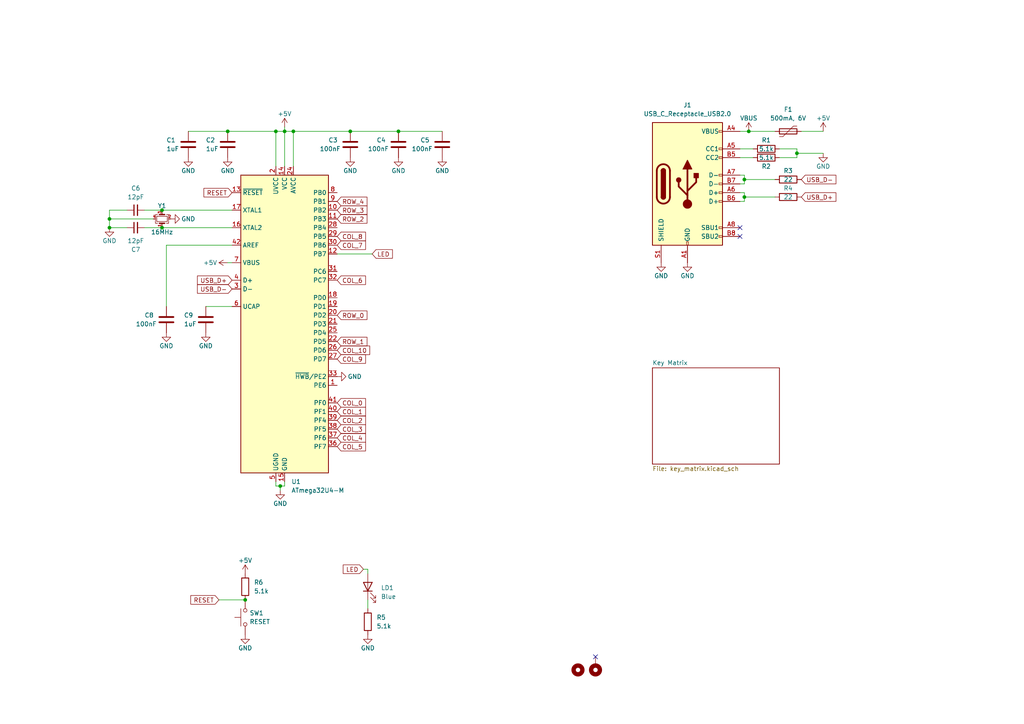
<source format=kicad_sch>
(kicad_sch (version 20230121) (generator eeschema)
  (paper "A4")
  (title_block (title "Miniboard") (rev "2.0") (comment 1 "MIT License (Open source hardware)"))
  (lib_symbols
    (symbol "Connector:USB_C_Receptacle_USB2.0" (pin_names (offset 1.016))
      (property "Reference" "J" (at -10.16 19.05 0))
      (property "Value" "USB_C_Receptacle_USB2.0" (at 19.05 19.05 0))
      (symbol "USB_C_Receptacle_USB2.0_0_0"
        (rectangle (start -0.254 -17.78) (end 0.254 -16.764))
        (rectangle (start 10.16 -14.986) (end 9.144 -15.494))
        (rectangle (start 10.16 -12.446) (end 9.144 -12.954))
        (rectangle (start 10.16 -4.826) (end 9.144 -5.334))
        (rectangle (start 10.16 -2.286) (end 9.144 -2.794))
        (rectangle (start 10.16 0.254) (end 9.144 -0.254))
        (rectangle (start 10.16 2.794) (end 9.144 2.286))
        (rectangle (start 10.16 7.874) (end 9.144 7.366))
        (rectangle (start 10.16 10.414) (end 9.144 9.906))
        (rectangle (start 10.16 15.494) (end 9.144 14.986))
      )
      (symbol "USB_C_Receptacle_USB2.0_0_1"
        (rectangle (start -10.16 17.78) (end 10.16 -17.78) (stroke (width 0.254)) (fill (type background)))
        (arc (start -8.89 -3.81) (mid -6.985 -5.7067) (end -5.08 -3.81) (stroke (width 0.508)))
        (arc (start -7.62 -3.81) (mid -6.985 -4.4423) (end -6.35 -3.81) (stroke (width 0.254)))
        (arc (start -7.62 -3.81) (mid -6.985 -4.4423) (end -6.35 -3.81) (stroke (width 0.254)) (fill (type outline)))
        (rectangle (start -7.62 -3.81) (end -6.35 3.81) (stroke (width 0.254)) (fill (type outline)))
        (arc (start -6.35 3.81) (mid -6.985 4.4423) (end -7.62 3.81) (stroke (width 0.254)))
        (arc (start -6.35 3.81) (mid -6.985 4.4423) (end -7.62 3.81) (stroke (width 0.254)) (fill (type outline)))
        (arc (start -5.08 3.81) (mid -6.985 5.7067) (end -8.89 3.81) (stroke (width 0.508)))
        (circle (center -2.54 1.143) (radius 0.635) (stroke (width 0.254)) (fill (type outline)))
        (circle (center 0 -5.842) (radius 1.27) (fill (type outline)))
        (polyline (pts (xy -8.89 -3.81) (xy -8.89 3.81)) (stroke (width 0.508)))
        (polyline (pts (xy -5.08 3.81) (xy -5.08 -3.81)) (stroke (width 0.508)))
        (polyline (pts (xy 0 -5.842) (xy 0 4.318)) (stroke (width 0.508)))
        (polyline (pts (xy 0 -3.302) (xy -2.54 -0.762) (xy -2.54 0.508)) (stroke (width 0.508)))
        (polyline (pts (xy 0 -2.032) (xy 2.54 0.508) (xy 2.54 1.778)) (stroke (width 0.508)))
        (polyline (pts (xy -1.27 4.318) (xy 0 6.858) (xy 1.27 4.318) (xy -1.27 4.318)) (stroke (width 0.254)) (fill (type outline)))
        (rectangle (start 1.905 1.778) (end 3.175 3.048) (stroke (width 0.254)) (fill (type outline)))
      )
      (symbol "USB_C_Receptacle_USB2.0_1_1"
        (pin passive line (at 0 -22.86 90) (length 5.08) (name "GND") (number "A1"))
        (pin passive line (at 0 -22.86 90) (length 5.08) hide (name "GND") (number "A12"))
        (pin passive line (at 15.24 15.24 180) (length 5.08) (name "VBUS") (number "A4"))
        (pin bidirectional line (at 15.24 10.16 180) (length 5.08) (name "CC1") (number "A5"))
        (pin bidirectional line (at 15.24 -2.54 180) (length 5.08) (name "D+") (number "A6"))
        (pin bidirectional line (at 15.24 2.54 180) (length 5.08) (name "D-") (number "A7"))
        (pin bidirectional line (at 15.24 -12.7 180) (length 5.08) (name "SBU1") (number "A8"))
        (pin passive line (at 15.24 15.24 180) (length 5.08) hide (name "VBUS") (number "A9"))
        (pin passive line (at 0 -22.86 90) (length 5.08) hide (name "GND") (number "B1"))
        (pin passive line (at 0 -22.86 90) (length 5.08) hide (name "GND") (number "B12"))
        (pin passive line (at 15.24 15.24 180) (length 5.08) hide (name "VBUS") (number "B4"))
        (pin bidirectional line (at 15.24 7.62 180) (length 5.08) (name "CC2") (number "B5"))
        (pin bidirectional line (at 15.24 -5.08 180) (length 5.08) (name "D+") (number "B6"))
        (pin bidirectional line (at 15.24 0 180) (length 5.08) (name "D-") (number "B7"))
        (pin bidirectional line (at 15.24 -15.24 180) (length 5.08) (name "SBU2") (number "B8"))
        (pin passive line (at 15.24 15.24 180) (length 5.08) hide (name "VBUS") (number "B9"))
        (pin passive line (at -7.62 -22.86 90) (length 5.08) (name "SHIELD") (number "S1"))
      )
    )
    (symbol "Device:C" (pin_numbers hide) (pin_names (offset 0.254))
      (property "Reference" "C" (at 0.635 2.54 0))
      (property "Value" "C" (at 0.635 -2.54 0))
      (symbol "C_0_1"
        (polyline (pts (xy -2.032 -0.762) (xy 2.032 -0.762)) (stroke (width 0.508)))
        (polyline (pts (xy -2.032 0.762) (xy 2.032 0.762)) (stroke (width 0.508)))
      )
      (symbol "C_1_1"
        (pin passive line (at 0 3.81 270) (length 2.794) (name "~") (number "1"))
        (pin passive line (at 0 -3.81 90) (length 2.794) (name "~") (number "2"))
      )
    )
    (symbol "Device:C_Small" (pin_numbers hide) (pin_names (offset 0.254) hide)
      (property "Reference" "C" (at 0.254 1.778 0))
      (property "Value" "C_Small" (at 0.254 -2.032 0))
      (symbol "C_Small_0_1"
        (polyline (pts (xy -1.524 -0.508) (xy 1.524 -0.508)) (stroke (width 0.3302)))
        (polyline (pts (xy -1.524 0.508) (xy 1.524 0.508)) (stroke (width 0.3048)))
      )
      (symbol "C_Small_1_1"
        (pin passive line (at 0 2.54 270) (length 2.032) (name "~") (number "1"))
        (pin passive line (at 0 -2.54 90) (length 2.032) (name "~") (number "2"))
      )
    )
    (symbol "Device:Crystal_GND24_Small" (pin_names (offset 1.016) hide)
      (property "Reference" "Y" (at 1.27 4.445 0))
      (property "Value" "Crystal_GND24_Small" (at 1.27 2.54 0))
      (symbol "Crystal_GND24_Small_0_1"
        (rectangle (start -0.762 -1.524) (end 0.762 1.524))
        (polyline (pts (xy -1.27 -0.762) (xy -1.27 0.762)) (stroke (width 0.381)))
        (polyline (pts (xy 1.27 -0.762) (xy 1.27 0.762)) (stroke (width 0.381)))
        (polyline (pts (xy -1.27 -1.27) (xy -1.27 -1.905) (xy 1.27 -1.905) (xy 1.27 -1.27)))
        (polyline (pts (xy -1.27 1.27) (xy -1.27 1.905) (xy 1.27 1.905) (xy 1.27 1.27)))
      )
      (symbol "Crystal_GND24_Small_1_1"
        (pin passive line (at -2.54 0 0) (length 1.27) (name "1") (number "1"))
        (pin passive line (at 0 -2.54 90) (length 0.635) (name "2") (number "2"))
        (pin passive line (at 2.54 0 180) (length 1.27) (name "3") (number "3"))
        (pin passive line (at 0 2.54 270) (length 0.635) (name "4") (number "4"))
      )
    )
    (symbol "Device:LED" (pin_numbers hide) (pin_names (offset 1.016) hide)
      (property "Reference" "D" (at 0 2.54 0))
      (property "Value" "LED" (at 0 -2.54 0))
      (symbol "LED_0_1"
        (polyline (pts (xy -1.27 -1.27) (xy -1.27 1.27)) (stroke (width 0.254)))
        (polyline (pts (xy -1.27 0) (xy 1.27 0)))
        (polyline (pts (xy 1.27 -1.27) (xy 1.27 1.27) (xy -1.27 0) (xy 1.27 -1.27)) (stroke (width 0.254)))
        (polyline (pts (xy -3.048 -0.762) (xy -4.572 -2.286) (xy -3.81 -2.286) (xy -4.572 -2.286) (xy -4.572 -1.524)))
        (polyline (pts (xy -1.778 -0.762) (xy -3.302 -2.286) (xy -2.54 -2.286) (xy -3.302 -2.286) (xy -3.302 -1.524)))
      )
      (symbol "LED_1_1"
        (pin passive line (at -3.81 0 0) (length 2.54) (name "K") (number "1"))
        (pin passive line (at 3.81 0 180) (length 2.54) (name "A") (number "2"))
      )
    )
    (symbol "Device:Polyfuse" (pin_numbers hide) (pin_names (offset 0))
      (property "Reference" "F" (at -2.54 0 90))
      (property "Value" "Polyfuse" (at 2.54 0 90))
      (symbol "Polyfuse_0_1"
        (rectangle (start -0.762 2.54) (end 0.762 -2.54) (stroke (width 0.254)))
        (polyline (pts (xy 0 2.54) (xy 0 -2.54)))
        (polyline (pts (xy -1.524 2.54) (xy -1.524 1.524) (xy 1.524 -1.524) (xy 1.524 -2.54)))
      )
      (symbol "Polyfuse_1_1"
        (pin passive line (at 0 3.81 270) (length 1.27) (name "~") (number "1"))
        (pin passive line (at 0 -3.81 90) (length 1.27) (name "~") (number "2"))
      )
    )
    (symbol "Device:R" (pin_numbers hide) (pin_names (offset 0))
      (property "Reference" "R" (at 2.032 0 90))
      (property "Value" "R" (at 0 0 90))
      (symbol "R_0_1"
        (rectangle (start -1.016 -2.54) (end 1.016 2.54) (stroke (width 0.254)))
      )
      (symbol "R_1_1"
        (pin passive line (at 0 3.81 270) (length 1.27) (name "~") (number "1"))
        (pin passive line (at 0 -3.81 90) (length 1.27) (name "~") (number "2"))
      )
    )
    (symbol "MCU_Microchip_ATmega:ATmega32U4-M"
      (property "Reference" "U" (at -12.7 44.45 0))
      (property "Value" "ATmega32U4-M" (at 2.54 -44.45 0))
      (symbol "ATmega32U4-M_0_1"
        (rectangle (start -12.7 -43.18) (end 12.7 43.18) (stroke (width 0.254)) (fill (type background)))
      )
      (symbol "ATmega32U4-M_1_1"
        (pin bidirectional line (at 15.24 -17.78 180) (length 2.54) (name "PE6") (number "1"))
        (pin bidirectional line (at 15.24 33.02 180) (length 2.54) (name "PB2") (number "10"))
        (pin bidirectional line (at 15.24 30.48 180) (length 2.54) (name "PB3") (number "11"))
        (pin bidirectional line (at 15.24 20.32 180) (length 2.54) (name "PB7") (number "12"))
        (pin input line (at -15.24 38.1 0) (length 2.54) (name "~{RESET}") (number "13"))
        (pin power_in line (at 0 45.72 270) (length 2.54) (name "VCC") (number "14"))
        (pin power_in line (at 0 -45.72 90) (length 2.54) (name "GND") (number "15"))
        (pin output line (at -15.24 27.94 0) (length 2.54) (name "XTAL2") (number "16"))
        (pin input line (at -15.24 33.02 0) (length 2.54) (name "XTAL1") (number "17"))
        (pin bidirectional line (at 15.24 7.62 180) (length 2.54) (name "PD0") (number "18"))
        (pin bidirectional line (at 15.24 5.08 180) (length 2.54) (name "PD1") (number "19"))
        (pin power_in line (at -2.54 45.72 270) (length 2.54) (name "UVCC") (number "2"))
        (pin bidirectional line (at 15.24 2.54 180) (length 2.54) (name "PD2") (number "20"))
        (pin bidirectional line (at 15.24 0 180) (length 2.54) (name "PD3") (number "21"))
        (pin bidirectional line (at 15.24 -5.08 180) (length 2.54) (name "PD5") (number "22"))
        (pin passive line (at 0 -45.72 90) (length 2.54) hide (name "GND") (number "23"))
        (pin power_in line (at 2.54 45.72 270) (length 2.54) (name "AVCC") (number "24"))
        (pin bidirectional line (at 15.24 -2.54 180) (length 2.54) (name "PD4") (number "25"))
        (pin bidirectional line (at 15.24 -7.62 180) (length 2.54) (name "PD6") (number "26"))
        (pin bidirectional line (at 15.24 -10.16 180) (length 2.54) (name "PD7") (number "27"))
        (pin bidirectional line (at 15.24 27.94 180) (length 2.54) (name "PB4") (number "28"))
        (pin bidirectional line (at 15.24 25.4 180) (length 2.54) (name "PB5") (number "29"))
        (pin bidirectional line (at -15.24 10.16 0) (length 2.54) (name "D-") (number "3"))
        (pin bidirectional line (at 15.24 22.86 180) (length 2.54) (name "PB6") (number "30"))
        (pin bidirectional line (at 15.24 15.24 180) (length 2.54) (name "PC6") (number "31"))
        (pin bidirectional line (at 15.24 12.7 180) (length 2.54) (name "PC7") (number "32"))
        (pin bidirectional line (at 15.24 -15.24 180) (length 2.54) (name "~{HWB}/PE2") (number "33"))
        (pin passive line (at 0 45.72 270) (length 2.54) hide (name "VCC") (number "34"))
        (pin passive line (at 0 -45.72 90) (length 2.54) hide (name "GND") (number "35"))
        (pin bidirectional line (at 15.24 -35.56 180) (length 2.54) (name "PF7") (number "36"))
        (pin bidirectional line (at 15.24 -33.02 180) (length 2.54) (name "PF6") (number "37"))
        (pin bidirectional line (at 15.24 -30.48 180) (length 2.54) (name "PF5") (number "38"))
        (pin bidirectional line (at 15.24 -27.94 180) (length 2.54) (name "PF4") (number "39"))
        (pin bidirectional line (at -15.24 12.7 0) (length 2.54) (name "D+") (number "4"))
        (pin bidirectional line (at 15.24 -25.4 180) (length 2.54) (name "PF1") (number "40"))
        (pin bidirectional line (at 15.24 -22.86 180) (length 2.54) (name "PF0") (number "41"))
        (pin passive line (at -15.24 22.86 0) (length 2.54) (name "AREF") (number "42"))
        (pin passive line (at 0 -45.72 90) (length 2.54) hide (name "GND") (number "43"))
        (pin passive line (at 2.54 45.72 270) (length 2.54) hide (name "AVCC") (number "44"))
        (pin passive line (at 0 -45.72 90) (length 2.54) hide (name "GND") (number "45"))
        (pin passive line (at -2.54 -45.72 90) (length 2.54) (name "UGND") (number "5"))
        (pin passive line (at -15.24 5.08 0) (length 2.54) (name "UCAP") (number "6"))
        (pin input line (at -15.24 17.78 0) (length 2.54) (name "VBUS") (number "7"))
        (pin bidirectional line (at 15.24 38.1 180) (length 2.54) (name "PB0") (number "8"))
        (pin bidirectional line (at 15.24 35.56 180) (length 2.54) (name "PB1") (number "9"))
      )
    )
    (symbol "Mechanical:MountingHole" (pin_names (offset 1.016))
      (property "Reference" "H" (at 0 5.08 0))
      (property "Value" "MountingHole" (at 0 3.175 0))
      (symbol "MountingHole_0_1"
        (circle (center 0 0) (radius 1.27) (stroke (width 1.27)))
      )
    )
    (symbol "Mechanical:MountingHole_Pad" (pin_numbers hide) (pin_names (offset 1.016) hide)
      (property "Reference" "H" (at 0 6.35 0))
      (property "Value" "MountingHole_Pad" (at 0 4.445 0))
      (symbol "MountingHole_Pad_0_1"
        (circle (center 0 1.27) (radius 1.27) (stroke (width 1.27)))
      )
      (symbol "MountingHole_Pad_1_1"
        (pin input line (at 0 -2.54 90) (length 2.54) (name "1") (number "1"))
      )
    )
    (symbol "Switch:SW_Push" (pin_numbers hide) (pin_names (offset 1.016) hide)
      (property "Reference" "SW" (at 1.27 2.54 0))
      (property "Value" "SW_Push" (at 0 -1.524 0))
      (symbol "SW_Push_0_1"
        (circle (center -2.032 0) (radius 0.508))
        (polyline (pts (xy 0 1.27) (xy 0 3.048)))
        (polyline (pts (xy 2.54 1.27) (xy -2.54 1.27)))
        (circle (center 2.032 0) (radius 0.508))
        (pin passive line (at -5.08 0 0) (length 2.54) (name "1") (number "1"))
        (pin passive line (at 5.08 0 180) (length 2.54) (name "2") (number "2"))
      )
    )
    (symbol "power:+5V" (power) (pin_names (offset 0))
      (property "Value" "+5V" (at 0 3.556 0))
      (symbol "+5V_0_1"
        (polyline (pts (xy -0.762 1.27) (xy 0 2.54)))
        (polyline (pts (xy 0 0) (xy 0 2.54)))
        (polyline (pts (xy 0 2.54) (xy 0.762 1.27)))
      )
      (symbol "+5V_1_1"
        (pin power_in line (at 0 0 90) (length 0) hide (name "+5V") (number "1"))
      )
    )
    (symbol "power:GND" (power) (pin_names (offset 0))
      (property "Value" "GND" (at 0 -3.81 0))
      (symbol "GND_0_1"
        (polyline (pts (xy 0 0) (xy 0 -1.27) (xy 1.27 -1.27) (xy 0 -2.54) (xy -1.27 -1.27) (xy 0 -1.27)))
      )
      (symbol "GND_1_1"
        (pin power_in line (at 0 0 270) (length 0) hide (name "GND") (number "1"))
      )
    )
    (symbol "power:VBUS" (power) (pin_names (offset 0))
      (property "Value" "VBUS" (at 0 3.81 0))
      (symbol "VBUS_0_1"
        (polyline (pts (xy -0.762 1.27) (xy 0 2.54)))
        (polyline (pts (xy 0 0) (xy 0 2.54)))
        (polyline (pts (xy 0 2.54) (xy 0.762 1.27)))
      )
      (symbol "VBUS_1_1"
        (pin power_in line (at 0 0 90) (length 0) hide (name "VBUS") (number "1"))
      )
    )
  )
  (junction (at 85.09 38.1))
  (junction (at 31.75 66.04))
  (junction (at 81.28 140.97))
  (junction (at 101.6 38.1))
  (junction (at 66.04 38.1))
  (junction (at 215.9 57.15))
  (junction (at 31.75 63.5))
  (junction (at 217.17 38.1))
  (junction (at 82.55 38.1))
  (junction (at 80.01 38.1))
  (junction (at 115.57 38.1))
  (junction (at 71.12 173.99))
  (junction (at 215.9 52.07))
  (junction (at 46.99 60.96))
  (junction (at 231.14 44.45))
  (junction (at 46.99 66.04))
  (no_connect (at 214.63 68.58))
  (no_connect (at 172.72 190.5))
  (no_connect (at 214.63 66.04))
  (wire (pts (xy 85.09 48.26) (xy 85.09 38.1)))
  (wire (pts (xy 46.99 66.04) (xy 67.31 66.04)))
  (wire (pts (xy 231.14 45.72) (xy 226.06 45.72)))
  (wire (pts (xy 59.69 88.9) (xy 67.31 88.9)))
  (wire (pts (xy 214.63 38.1) (xy 217.17 38.1)))
  (wire (pts (xy 48.26 71.12) (xy 48.26 88.9)))
  (wire (pts (xy 82.55 140.97) (xy 81.28 140.97)))
  (wire (pts (xy 238.76 38.1) (xy 232.41 38.1)))
  (wire (pts (xy 31.75 63.5) (xy 31.75 66.04)))
  (wire (pts (xy 215.9 52.07) (xy 215.9 53.34)))
  (wire (pts (xy 214.63 45.72) (xy 218.44 45.72)))
  (wire (pts (xy 106.68 166.37) (xy 106.68 165.1)))
  (wire (pts (xy 46.99 60.96) (xy 67.31 60.96)))
  (wire (pts (xy 215.9 53.34) (xy 214.63 53.34)))
  (wire (pts (xy 80.01 140.97) (xy 81.28 140.97)))
  (wire (pts (xy 231.14 43.18) (xy 231.14 44.45)))
  (wire (pts (xy 82.55 48.26) (xy 82.55 38.1)))
  (wire (pts (xy 80.01 139.7) (xy 80.01 140.97)))
  (wire (pts (xy 82.55 38.1) (xy 85.09 38.1)))
  (wire (pts (xy 215.9 50.8) (xy 215.9 52.07)))
  (wire (pts (xy 215.9 55.88) (xy 215.9 57.15)))
  (wire (pts (xy 31.75 60.96) (xy 31.75 63.5)))
  (wire (pts (xy 54.61 38.1) (xy 66.04 38.1)))
  (wire (pts (xy 231.14 44.45) (xy 231.14 45.72)))
  (wire (pts (xy 63.5 173.99) (xy 71.12 173.99)))
  (wire (pts (xy 218.44 43.18) (xy 214.63 43.18)))
  (wire (pts (xy 82.55 139.7) (xy 82.55 140.97)))
  (wire (pts (xy 231.14 44.45) (xy 238.76 44.45)))
  (wire (pts (xy 31.75 66.04) (xy 36.83 66.04)))
  (wire (pts (xy 80.01 38.1) (xy 80.01 48.26)))
  (wire (pts (xy 115.57 38.1) (xy 128.27 38.1)))
  (wire (pts (xy 67.31 71.12) (xy 48.26 71.12)))
  (wire (pts (xy 85.09 38.1) (xy 101.6 38.1)))
  (wire (pts (xy 107.95 73.66) (xy 97.79 73.66)))
  (wire (pts (xy 82.55 36.83) (xy 82.55 38.1)))
  (wire (pts (xy 214.63 50.8) (xy 215.9 50.8)))
  (wire (pts (xy 106.68 176.53) (xy 106.68 173.99)))
  (wire (pts (xy 41.91 66.04) (xy 46.99 66.04)))
  (wire (pts (xy 31.75 63.5) (xy 44.45 63.5)))
  (wire (pts (xy 215.9 52.07) (xy 224.79 52.07)))
  (wire (pts (xy 214.63 55.88) (xy 215.9 55.88)))
  (wire (pts (xy 231.14 43.18) (xy 226.06 43.18)))
  (wire (pts (xy 105.41 165.1) (xy 106.68 165.1)))
  (wire (pts (xy 66.04 76.2) (xy 67.31 76.2)))
  (wire (pts (xy 80.01 38.1) (xy 82.55 38.1)))
  (wire (pts (xy 224.79 38.1) (xy 217.17 38.1)))
  (wire (pts (xy 215.9 57.15) (xy 224.79 57.15)))
  (wire (pts (xy 215.9 57.15) (xy 215.9 58.42)))
  (wire (pts (xy 214.63 58.42) (xy 215.9 58.42)))
  (wire (pts (xy 41.91 60.96) (xy 46.99 60.96)))
  (wire (pts (xy 31.75 60.96) (xy 36.83 60.96)))
  (wire (pts (xy 81.28 142.24) (xy 81.28 140.97)))
  (wire (pts (xy 66.04 38.1) (xy 80.01 38.1)))
  (wire (pts (xy 101.6 38.1) (xy 115.57 38.1)))
  (global_label "COL_5" (shape input) (at 97.79 129.54 0) (property "Intersheetrefs" "${INTERSHEET_REFS}" (effects hide)))
  (global_label "COL_1" (shape input) (at 97.79 119.38 0) (property "Intersheetrefs" "${INTERSHEET_REFS}" (effects hide)))
  (global_label "COL_6" (shape input) (at 97.79 81.28 0) (property "Intersheetrefs" "${INTERSHEET_REFS}" (effects hide)))
  (global_label "LED" (shape input) (at 107.95 73.66 0) (property "Intersheetrefs" "${INTERSHEET_REFS}" (effects hide)))
  (global_label "COL_3" (shape input) (at 97.79 124.46 0) (property "Intersheetrefs" "${INTERSHEET_REFS}" (effects hide)))
  (global_label "LED" (shape input) (at 105.41 165.1 180) (property "Intersheetrefs" "${INTERSHEET_REFS}" (effects hide)))
  (global_label "COL_8" (shape input) (at 97.79 68.58 0) (property "Intersheetrefs" "${INTERSHEET_REFS}" (effects hide)))
  (global_label "ROW_2" (shape input) (at 97.79 63.5 0) (property "Intersheetrefs" "${INTERSHEET_REFS}" (effects hide)))
  (global_label "RESET" (shape input) (at 67.31 55.88 180) (property "Intersheetrefs" "${INTERSHEET_REFS}" (effects hide)))
  (global_label "COL_0" (shape input) (at 97.79 116.84 0) (property "Intersheetrefs" "${INTERSHEET_REFS}" (effects hide)))
  (global_label "ROW_0" (shape input) (at 97.79 91.44 0) (property "Intersheetrefs" "${INTERSHEET_REFS}" (effects hide)))
  (global_label "COL_10" (shape input) (at 97.79 101.6 0) (property "Intersheetrefs" "${INTERSHEET_REFS}" (effects hide)))
  (global_label "ROW_1" (shape input) (at 97.79 99.06 0) (property "Intersheetrefs" "${INTERSHEET_REFS}" (effects hide)))
  (global_label "COL_4" (shape input) (at 97.79 127 0) (property "Intersheetrefs" "${INTERSHEET_REFS}" (effects hide)))
  (global_label "USB_D-" (shape input) (at 67.31 83.82 180) (property "Intersheetrefs" "${INTERSHEET_REFS}" (effects hide)))
  (global_label "ROW_4" (shape input) (at 97.79 58.42 0) (property "Intersheetrefs" "${INTERSHEET_REFS}" (effects hide)))
  (global_label "COL_7" (shape input) (at 97.79 71.12 0) (property "Intersheetrefs" "${INTERSHEET_REFS}" (effects hide)))
  (global_label "USB_D+" (shape input) (at 67.31 81.28 180) (property "Intersheetrefs" "${INTERSHEET_REFS}" (effects hide)))
  (global_label "USB_D+" (shape input) (at 232.41 57.15 0) (property "Intersheetrefs" "${INTERSHEET_REFS}" (effects hide)))
  (global_label "COL_9" (shape input) (at 97.79 104.14 0) (property "Intersheetrefs" "${INTERSHEET_REFS}" (effects hide)))
  (global_label "RESET" (shape input) (at 63.5 173.99 180) (property "Intersheetrefs" "${INTERSHEET_REFS}" (effects hide)))
  (global_label "USB_D-" (shape input) (at 232.41 52.07 0) (property "Intersheetrefs" "${INTERSHEET_REFS}" (effects hide)))
  (global_label "COL_2" (shape input) (at 97.79 121.92 0) (property "Intersheetrefs" "${INTERSHEET_REFS}" (effects hide)))
  (global_label "ROW_3" (shape input) (at 97.79 60.96 0) (property "Intersheetrefs" "${INTERSHEET_REFS}" (effects hide)))
  (symbol (lib_id "Device:C") (at 115.57 41.91 0) (unit 1)
    (property "Reference" "C4" (at 109.22 40.64 0) (effects (justify left)))
    (property "Value" "100nF" (at 106.68 43.18 0) (effects (justify left)))
    (property "Footprint" "Capacitor_SMD:C_0402_1005Metric" (effects hide))
    (property "LCSC" "C1525" (effects hide))
    (property "MFR. Part #" "CL05B104KO5NNNC" (effects hide))
  )
  (symbol (lib_id "Device:C") (at 66.04 41.91 0) (unit 1)
    (property "Reference" "C2" (at 59.69 40.64 0) (effects (justify left)))
    (property "Value" "1uF" (at 59.69 43.18 0) (effects (justify left)))
    (property "Footprint" "Capacitor_SMD:C_0402_1005Metric" (effects hide))
    (property "LCSC" "C52923" (effects hide))
    (property "MFR. Part #" "CL05A105KA5NQNC" (effects hide))
  )
  (symbol (lib_id "Mechanical:MountingHole") (at 167.64 194.31 0) (unit 1) (in_bom no)
    (property "Reference" "H2" (effects hide))
    (property "Value" "MountingHole" (effects hide))
    (property "Footprint" "Miniboard:MountingHole" (effects hide))
  )
  (symbol (lib_id "power:GND") (at 106.68 184.15 0) (unit 1)
    (property "Reference" "#PWR04" (effects hide))
    (property "Value" "GND" (at 106.68 187.96 0))
  )
  (symbol (lib_id "Device:R") (at 71.12 170.18 0) (mirror y) (unit 1)
    (property "Reference" "R6" (at 73.66 168.91 0) (effects (justify right)))
    (property "Value" "5.1k" (at 73.66 171.45 0) (effects (justify right)))
    (property "Footprint" "Resistor_SMD:R_0402_1005Metric" (effects hide))
    (property "MFR. Part #" "0402WGF5101TCE" (effects hide))
    (property "LCSC" "C25905" (effects hide))
  )
  (symbol (lib_id "power:+5V") (at 71.12 166.37 0) (unit 1)
    (property "Reference" "#PWR016" (effects hide))
    (property "Value" "+5V" (at 71.12 162.56 0))
  )
  (symbol (lib_id "power:VBUS") (at 217.17 38.1 0) (unit 1)
    (property "Reference" "#PWR01" (effects hide))
    (property "Value" "VBUS" (at 217.17 34.29 0))
  )
  (symbol (lib_id "power:GND") (at 101.6 45.72 0) (unit 1)
    (property "Reference" "#PWR010" (effects hide))
    (property "Value" "GND" (at 101.6 49.53 0))
  )
  (symbol (lib_id "Device:C_Small") (at 39.37 66.04 90) (mirror x) (unit 1)
    (property "Reference" "C7" (at 39.3763 72.39 90))
    (property "Value" "12pF" (at 39.3763 69.85 90))
    (property "Footprint" "Capacitor_SMD:C_0402_1005Metric" (effects hide))
    (property "LCSC" "C1547" (effects hide))
    (property "MFR. Part #" "0402CG120J500NT" (effects hide))
  )
  (symbol (lib_id "power:GND") (at 66.04 45.72 0) (unit 1)
    (property "Reference" "#PWR09" (effects hide))
    (property "Value" "GND" (at 66.04 49.53 0))
  )
  (symbol (lib_id "Device:C_Small") (at 39.37 60.96 90) (unit 1)
    (property "Reference" "C6" (at 39.3763 54.61 90))
    (property "Value" "12pF" (at 39.3763 57.15 90))
    (property "Footprint" "Capacitor_SMD:C_0402_1005Metric" (effects hide))
    (property "LCSC" "C1547" (effects hide))
    (property "MFR. Part #" "0402CG120J500NT" (effects hide))
  )
  (symbol (lib_id "power:GND") (at 48.26 96.52 0) (unit 1)
    (property "Reference" "#PWR018" (effects hide))
    (property "Value" "GND" (at 48.26 100.33 0))
  )
  (symbol (lib_id "power:GND") (at 54.61 45.72 0) (unit 1)
    (property "Reference" "#PWR08" (effects hide))
    (property "Value" "GND" (at 54.61 49.53 0))
  )
  (symbol (lib_id "power:+5V") (at 238.76 38.1 0) (unit 1)
    (property "Reference" "#PWR02" (effects hide))
    (property "Value" "+5V" (at 238.76 34.29 0))
  )
  (symbol (lib_id "power:GND") (at 81.28 142.24 0) (unit 1)
    (property "Reference" "#PWR021" (effects hide))
    (property "Value" "GND" (at 81.28 146.05 0))
  )
  (symbol (lib_id "Device:R") (at 228.6 57.15 90) (unit 1)
    (property "Reference" "R4" (at 228.6 54.61 90))
    (property "Value" "22" (at 228.6 57.15 90))
    (property "Footprint" "Resistor_SMD:R_0402_1005Metric" (effects hide))
    (property "MFR. Part #" "CRCW040222R0FKED" (effects hide))
    (property "LCSC" "C482106" (effects hide))
  )
  (symbol (lib_id "Device:R") (at 228.6 52.07 90) (unit 1)
    (property "Reference" "R3" (at 228.6 49.53 90))
    (property "Value" "22" (at 228.6 52.07 90))
    (property "Footprint" "Resistor_SMD:R_0402_1005Metric" (effects hide))
    (property "MFR. Part #" "CRCW040222R0FKED" (effects hide))
    (property "LCSC" "C482106" (effects hide))
  )
  (symbol (lib_id "Switch:SW_Push") (at 71.12 179.07 90) (unit 1)
    (property "Reference" "SW1" (at 72.39 177.8 90) (effects (justify right)))
    (property "Value" "RESET" (at 72.39 180.34 90) (effects (justify right)))
    (property "Footprint" "Button_Switch_SMD:SW_SPST_B3U-1000P" (effects hide))
    (property "LCSC" "C231329" (effects hide))
    (property "MFR. Part #" "B3U-1000P" (effects hide))
  )
  (symbol (lib_id "power:+5V") (at 82.55 36.83 0) (unit 1)
    (property "Reference" "#PWR07" (effects hide))
    (property "Value" "+5V" (at 82.55 33.02 0))
  )
  (symbol (lib_id "power:GND") (at 115.57 45.72 0) (unit 1)
    (property "Reference" "#PWR011" (effects hide))
    (property "Value" "GND" (at 115.57 49.53 0))
  )
  (symbol (lib_id "Device:R") (at 222.25 45.72 90) (unit 1)
    (property "Reference" "R2" (at 222.25 48.26 90))
    (property "Value" "5.1k" (at 222.25 45.72 90))
    (property "Footprint" "Resistor_SMD:R_0402_1005Metric" (effects hide))
    (property "MFR. Part #" "0402WGF5101TCE" (effects hide))
    (property "LCSC" "C25905" (effects hide))
  )
  (symbol (lib_id "power:GND") (at 238.76 44.45 0) (unit 1)
    (property "Reference" "#PWR03" (effects hide))
    (property "Value" "GND" (at 238.76 48.26 0))
  )
  (symbol (lib_id "power:GND") (at 71.12 184.15 0) (unit 1)
    (property "Reference" "#PWR017" (effects hide))
    (property "Value" "GND" (at 71.12 187.96 0))
  )
  (symbol (lib_id "power:GND") (at 97.79 109.22 90) (unit 1)
    (property "Reference" "#PWR020" (effects hide))
    (property "Value" "GND" (at 102.87 109.22 90))
  )
  (symbol (lib_id "Device:C") (at 101.6 41.91 0) (unit 1)
    (property "Reference" "C3" (at 95.25 40.64 0) (effects (justify left)))
    (property "Value" "100nF" (at 92.71 43.18 0) (effects (justify left)))
    (property "Footprint" "Capacitor_SMD:C_0402_1005Metric" (effects hide))
    (property "LCSC" "C1525" (effects hide))
    (property "MFR. Part #" "CL05B104KO5NNNC" (effects hide))
  )
  (symbol (lib_id "Device:C") (at 128.27 41.91 0) (unit 1)
    (property "Reference" "C5" (at 121.92 40.64 0) (effects (justify left)))
    (property "Value" "100nF" (at 119.38 43.18 0) (effects (justify left)))
    (property "Footprint" "Capacitor_SMD:C_0402_1005Metric" (effects hide))
    (property "LCSC" "C1525" (effects hide))
    (property "MFR. Part #" "CL05B104KO5NNNC" (effects hide))
  )
  (symbol (lib_id "Connector:USB_C_Receptacle_USB2.0") (at 199.39 53.34 0) (unit 1)
    (property "Reference" "J1" (at 199.39 30.48 0))
    (property "Value" "USB_C_Receptacle_USB2.0" (at 199.39 33.02 0))
    (property "Footprint" "Miniboard:USB-C_16p_918-418K2023S40023" (effects hide))
    (property "Datasheet" "https://www.usb.org/sites/default/files/documents/usb_type-c.zip" (effects hide))
    (property "MFR. Part #" "918-418K2023S40023" (effects hide))
    (property "LCSC" "C709031" (effects hide))
  )
  (symbol (lib_id "power:GND") (at 31.75 66.04 0) (unit 1)
    (property "Reference" "#PWR014" (effects hide))
    (property "Value" "GND" (at 31.75 69.85 0))
  )
  (symbol (lib_id "power:GND") (at 191.77 76.2 0) (unit 1)
    (property "Reference" "#PWR05" (effects hide))
    (property "Value" "GND" (at 191.77 80.01 0))
  )
  (symbol (lib_id "Device:LED") (at 106.68 170.18 90) (unit 1)
    (property "Reference" "LD1" (at 110.49 170.4974 90) (effects (justify right)))
    (property "Value" "Blue" (at 110.49 173.0374 90) (effects (justify right)))
    (property "Footprint" "LED_SMD:LED_0603_1608Metric" (effects hide))
    (property "LCSC" "C72043" (effects hide))
    (property "MFR. Part #" "19-217/GHC-YR1S2/3T" (effects hide))
  )
  (symbol (lib_id "MCU_Microchip_ATmega:ATmega32U4-M") (at 82.55 93.98 0) (unit 1)
    (property "Reference" "U1" (at 84.5059 139.7 0) (effects (justify left)))
    (property "Value" "ATmega32U4-M" (at 84.5059 142.24 0) (effects (justify left)))
    (property "Footprint" "Package_DFN_QFN:QFN-44-1EP_7x7mm_P0.5mm_EP5.2x5.2mm" (effects hide))
    (property "Datasheet" "http://ww1.microchip.com/downloads/en/DeviceDoc/Atmel-7766-8-bit-AVR-ATmega16U4-32U4_Datasheet.pdf" (effects hide))
    (property "LCSC" "C112161" (effects hide))
    (property "MFR. Part #" "ATMEGA32U4-MU" (effects hide))
  )
  (symbol (lib_id "Device:Crystal_GND24_Small") (at 46.99 63.5 90) (unit 1)
    (property "Reference" "Y1" (at 46.99 59.69 90))
    (property "Value" "16MHz" (at 46.99 67.31 90))
    (property "Footprint" "Crystal:Crystal_SMD_2016-4Pin_2.0x1.6mm" (effects hide))
    (property "LCSC" "C2965579" (effects hide))
    (property "MFR. Part #" "XL7EL89COI-111YLC-16M" (effects hide))
  )
  (symbol (lib_id "power:GND") (at 49.53 63.5 90) (unit 1)
    (property "Reference" "#PWR013" (effects hide))
    (property "Value" "GND" (at 54.61 63.5 90))
  )
  (symbol (lib_id "Device:Polyfuse") (at 228.6 38.1 90) (unit 1)
    (property "Reference" "F1" (at 228.6 31.75 90))
    (property "Value" "500mA, 6V" (at 228.6 34.29 90))
    (property "Footprint" "Fuse:Fuse_0805_2012Metric" (effects hide))
    (property "MFR. Part #" "SMD0805B050TF" (effects hide))
    (property "LCSC" "C269104" (effects hide))
  )
  (symbol (lib_id "Mechanical:MountingHole_Pad") (at 172.72 193.04 180) (unit 1)
    (property "Reference" "H3" (effects hide))
    (property "Value" "MountingHole_Pad" (effects hide))
    (property "Footprint" "MountingHole:MountingHole_2.2mm_M2_DIN965_Pad" (effects hide))
  )
  (symbol (lib_id "Device:R") (at 106.68 180.34 0) (mirror y) (unit 1)
    (property "Reference" "R5" (at 109.22 179.07 0) (effects (justify right)))
    (property "Value" "5.1k" (at 109.22 181.61 0) (effects (justify right)))
    (property "Footprint" "Resistor_SMD:R_0402_1005Metric" (effects hide))
    (property "MFR. Part #" "0402WGF5101TCE" (effects hide))
    (property "LCSC" "C25905" (effects hide))
  )
  (symbol (lib_id "power:GND") (at 59.69 96.52 0) (unit 1)
    (property "Reference" "#PWR019" (effects hide))
    (property "Value" "GND" (at 59.69 100.33 0))
  )
  (symbol (lib_id "power:GND") (at 199.39 76.2 0) (unit 1)
    (property "Reference" "#PWR06" (effects hide))
    (property "Value" "GND" (at 199.39 80.01 0))
  )
  (symbol (lib_id "Device:C") (at 59.69 92.71 0) (unit 1)
    (property "Reference" "C9" (at 53.34 91.44 0) (effects (justify left)))
    (property "Value" "1uF" (at 53.34 93.98 0) (effects (justify left)))
    (property "Footprint" "Capacitor_SMD:C_0402_1005Metric" (effects hide))
    (property "LCSC" "C52923" (effects hide))
    (property "MFR. Part #" "CL05A105KA5NQNC" (effects hide))
  )
  (symbol (lib_id "Device:C") (at 48.26 92.71 0) (unit 1)
    (property "Reference" "C8" (at 41.91 91.44 0) (effects (justify left)))
    (property "Value" "100nF" (at 39.37 93.98 0) (effects (justify left)))
    (property "Footprint" "Capacitor_SMD:C_0402_1005Metric" (effects hide))
    (property "LCSC" "C1525" (effects hide))
    (property "MFR. Part #" "CL05B104KO5NNNC" (effects hide))
  )
  (symbol (lib_id "Device:R") (at 222.25 43.18 90) (unit 1)
    (property "Reference" "R1" (at 222.25 40.64 90))
    (property "Value" "5.1k" (at 222.25 43.18 90))
    (property "Footprint" "Resistor_SMD:R_0402_1005Metric" (effects hide))
    (property "MFR. Part #" "0402WGF5101TCE" (effects hide))
    (property "LCSC" "C25905" (effects hide))
  )
  (symbol (lib_id "Device:C") (at 54.61 41.91 0) (unit 1)
    (property "Reference" "C1" (at 48.26 40.64 0) (effects (justify left)))
    (property "Value" "1uF" (at 48.26 43.18 0) (effects (justify left)))
    (property "Footprint" "Capacitor_SMD:C_0402_1005Metric" (effects hide))
    (property "LCSC" "C52923" (effects hide))
    (property "MFR. Part #" "CL05A105KA5NQNC" (effects hide))
  )
  (symbol (lib_id "power:+5V") (at 66.04 76.2 90) (unit 1)
    (property "Reference" "#PWR015" (effects hide))
    (property "Value" "+5V" (at 60.96 76.2 90))
  )
  (symbol (lib_id "power:GND") (at 128.27 45.72 0) (unit 1)
    (property "Reference" "#PWR012" (effects hide))
    (property "Value" "GND" (at 128.27 49.53 0))
  )
  (sheet (at 189.23 106.68) (size 36.83 27.94) (stroke (width 0.1524))
    (property "Sheetname" "Key Matrix" (at 189.23 105.9684 0) (effects (justify left bottom)))
    (property "Sheetfile" "key_matrix.kicad_sch" (at 189.23 135.2046 0) (effects (justify left top)))
  )
)
</source>
